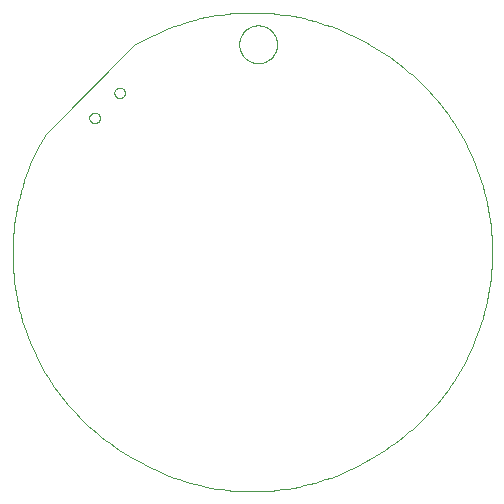
<source format=gko>
G75*
%MOIN*%
%OFA0B0*%
%FSLAX25Y25*%
%IPPOS*%
%LPD*%
%AMOC8*
5,1,8,0,0,1.08239X$1,22.5*
%
%ADD10C,0.00000*%
%ADD11C,0.00394*%
D10*
X0030168Y0140586D02*
X0030170Y0140670D01*
X0030176Y0140753D01*
X0030186Y0140836D01*
X0030200Y0140919D01*
X0030217Y0141001D01*
X0030239Y0141082D01*
X0030264Y0141161D01*
X0030293Y0141240D01*
X0030326Y0141317D01*
X0030362Y0141392D01*
X0030402Y0141466D01*
X0030445Y0141538D01*
X0030492Y0141607D01*
X0030542Y0141674D01*
X0030595Y0141739D01*
X0030651Y0141801D01*
X0030709Y0141861D01*
X0030771Y0141918D01*
X0030835Y0141971D01*
X0030902Y0142022D01*
X0030971Y0142069D01*
X0031042Y0142114D01*
X0031115Y0142154D01*
X0031190Y0142191D01*
X0031267Y0142225D01*
X0031345Y0142255D01*
X0031424Y0142281D01*
X0031505Y0142304D01*
X0031587Y0142322D01*
X0031669Y0142337D01*
X0031752Y0142348D01*
X0031835Y0142355D01*
X0031919Y0142358D01*
X0032003Y0142357D01*
X0032086Y0142352D01*
X0032170Y0142343D01*
X0032252Y0142330D01*
X0032334Y0142314D01*
X0032415Y0142293D01*
X0032496Y0142269D01*
X0032574Y0142241D01*
X0032652Y0142209D01*
X0032728Y0142173D01*
X0032802Y0142134D01*
X0032874Y0142092D01*
X0032944Y0142046D01*
X0033012Y0141997D01*
X0033077Y0141945D01*
X0033140Y0141890D01*
X0033200Y0141832D01*
X0033258Y0141771D01*
X0033312Y0141707D01*
X0033364Y0141641D01*
X0033412Y0141573D01*
X0033457Y0141502D01*
X0033498Y0141429D01*
X0033537Y0141355D01*
X0033571Y0141279D01*
X0033602Y0141201D01*
X0033629Y0141122D01*
X0033653Y0141041D01*
X0033672Y0140960D01*
X0033688Y0140878D01*
X0033700Y0140795D01*
X0033708Y0140711D01*
X0033712Y0140628D01*
X0033712Y0140544D01*
X0033708Y0140461D01*
X0033700Y0140377D01*
X0033688Y0140294D01*
X0033672Y0140212D01*
X0033653Y0140131D01*
X0033629Y0140050D01*
X0033602Y0139971D01*
X0033571Y0139893D01*
X0033537Y0139817D01*
X0033498Y0139743D01*
X0033457Y0139670D01*
X0033412Y0139599D01*
X0033364Y0139531D01*
X0033312Y0139465D01*
X0033258Y0139401D01*
X0033200Y0139340D01*
X0033140Y0139282D01*
X0033077Y0139227D01*
X0033012Y0139175D01*
X0032944Y0139126D01*
X0032874Y0139080D01*
X0032802Y0139038D01*
X0032728Y0138999D01*
X0032652Y0138963D01*
X0032574Y0138931D01*
X0032496Y0138903D01*
X0032415Y0138879D01*
X0032334Y0138858D01*
X0032252Y0138842D01*
X0032170Y0138829D01*
X0032086Y0138820D01*
X0032003Y0138815D01*
X0031919Y0138814D01*
X0031835Y0138817D01*
X0031752Y0138824D01*
X0031669Y0138835D01*
X0031587Y0138850D01*
X0031505Y0138868D01*
X0031424Y0138891D01*
X0031345Y0138917D01*
X0031267Y0138947D01*
X0031190Y0138981D01*
X0031115Y0139018D01*
X0031042Y0139058D01*
X0030971Y0139103D01*
X0030902Y0139150D01*
X0030835Y0139201D01*
X0030771Y0139254D01*
X0030709Y0139311D01*
X0030651Y0139371D01*
X0030595Y0139433D01*
X0030542Y0139498D01*
X0030492Y0139565D01*
X0030445Y0139634D01*
X0030402Y0139706D01*
X0030362Y0139780D01*
X0030326Y0139855D01*
X0030293Y0139932D01*
X0030264Y0140011D01*
X0030239Y0140090D01*
X0030217Y0140171D01*
X0030200Y0140253D01*
X0030186Y0140336D01*
X0030176Y0140419D01*
X0030170Y0140502D01*
X0030168Y0140586D01*
X0038520Y0148938D02*
X0038522Y0149022D01*
X0038528Y0149105D01*
X0038538Y0149188D01*
X0038552Y0149271D01*
X0038569Y0149353D01*
X0038591Y0149434D01*
X0038616Y0149513D01*
X0038645Y0149592D01*
X0038678Y0149669D01*
X0038714Y0149744D01*
X0038754Y0149818D01*
X0038797Y0149890D01*
X0038844Y0149959D01*
X0038894Y0150026D01*
X0038947Y0150091D01*
X0039003Y0150153D01*
X0039061Y0150213D01*
X0039123Y0150270D01*
X0039187Y0150323D01*
X0039254Y0150374D01*
X0039323Y0150421D01*
X0039394Y0150466D01*
X0039467Y0150506D01*
X0039542Y0150543D01*
X0039619Y0150577D01*
X0039697Y0150607D01*
X0039776Y0150633D01*
X0039857Y0150656D01*
X0039939Y0150674D01*
X0040021Y0150689D01*
X0040104Y0150700D01*
X0040187Y0150707D01*
X0040271Y0150710D01*
X0040355Y0150709D01*
X0040438Y0150704D01*
X0040522Y0150695D01*
X0040604Y0150682D01*
X0040686Y0150666D01*
X0040767Y0150645D01*
X0040848Y0150621D01*
X0040926Y0150593D01*
X0041004Y0150561D01*
X0041080Y0150525D01*
X0041154Y0150486D01*
X0041226Y0150444D01*
X0041296Y0150398D01*
X0041364Y0150349D01*
X0041429Y0150297D01*
X0041492Y0150242D01*
X0041552Y0150184D01*
X0041610Y0150123D01*
X0041664Y0150059D01*
X0041716Y0149993D01*
X0041764Y0149925D01*
X0041809Y0149854D01*
X0041850Y0149781D01*
X0041889Y0149707D01*
X0041923Y0149631D01*
X0041954Y0149553D01*
X0041981Y0149474D01*
X0042005Y0149393D01*
X0042024Y0149312D01*
X0042040Y0149230D01*
X0042052Y0149147D01*
X0042060Y0149063D01*
X0042064Y0148980D01*
X0042064Y0148896D01*
X0042060Y0148813D01*
X0042052Y0148729D01*
X0042040Y0148646D01*
X0042024Y0148564D01*
X0042005Y0148483D01*
X0041981Y0148402D01*
X0041954Y0148323D01*
X0041923Y0148245D01*
X0041889Y0148169D01*
X0041850Y0148095D01*
X0041809Y0148022D01*
X0041764Y0147951D01*
X0041716Y0147883D01*
X0041664Y0147817D01*
X0041610Y0147753D01*
X0041552Y0147692D01*
X0041492Y0147634D01*
X0041429Y0147579D01*
X0041364Y0147527D01*
X0041296Y0147478D01*
X0041226Y0147432D01*
X0041154Y0147390D01*
X0041080Y0147351D01*
X0041004Y0147315D01*
X0040926Y0147283D01*
X0040848Y0147255D01*
X0040767Y0147231D01*
X0040686Y0147210D01*
X0040604Y0147194D01*
X0040522Y0147181D01*
X0040438Y0147172D01*
X0040355Y0147167D01*
X0040271Y0147166D01*
X0040187Y0147169D01*
X0040104Y0147176D01*
X0040021Y0147187D01*
X0039939Y0147202D01*
X0039857Y0147220D01*
X0039776Y0147243D01*
X0039697Y0147269D01*
X0039619Y0147299D01*
X0039542Y0147333D01*
X0039467Y0147370D01*
X0039394Y0147410D01*
X0039323Y0147455D01*
X0039254Y0147502D01*
X0039187Y0147553D01*
X0039123Y0147606D01*
X0039061Y0147663D01*
X0039003Y0147723D01*
X0038947Y0147785D01*
X0038894Y0147850D01*
X0038844Y0147917D01*
X0038797Y0147986D01*
X0038754Y0148058D01*
X0038714Y0148132D01*
X0038678Y0148207D01*
X0038645Y0148284D01*
X0038616Y0148363D01*
X0038591Y0148442D01*
X0038569Y0148523D01*
X0038552Y0148605D01*
X0038538Y0148688D01*
X0038528Y0148771D01*
X0038522Y0148854D01*
X0038520Y0148938D01*
X0080159Y0165142D02*
X0080161Y0165300D01*
X0080167Y0165458D01*
X0080177Y0165616D01*
X0080191Y0165774D01*
X0080209Y0165931D01*
X0080230Y0166088D01*
X0080256Y0166244D01*
X0080286Y0166400D01*
X0080319Y0166555D01*
X0080357Y0166708D01*
X0080398Y0166861D01*
X0080443Y0167013D01*
X0080492Y0167164D01*
X0080545Y0167313D01*
X0080601Y0167461D01*
X0080661Y0167607D01*
X0080725Y0167752D01*
X0080793Y0167895D01*
X0080864Y0168037D01*
X0080938Y0168177D01*
X0081016Y0168314D01*
X0081098Y0168450D01*
X0081182Y0168584D01*
X0081271Y0168715D01*
X0081362Y0168844D01*
X0081457Y0168971D01*
X0081554Y0169096D01*
X0081655Y0169218D01*
X0081759Y0169337D01*
X0081866Y0169454D01*
X0081976Y0169568D01*
X0082089Y0169679D01*
X0082204Y0169788D01*
X0082322Y0169893D01*
X0082443Y0169995D01*
X0082566Y0170095D01*
X0082692Y0170191D01*
X0082820Y0170284D01*
X0082950Y0170374D01*
X0083083Y0170460D01*
X0083218Y0170544D01*
X0083354Y0170623D01*
X0083493Y0170700D01*
X0083634Y0170772D01*
X0083776Y0170842D01*
X0083920Y0170907D01*
X0084066Y0170969D01*
X0084213Y0171027D01*
X0084362Y0171082D01*
X0084512Y0171133D01*
X0084663Y0171180D01*
X0084815Y0171223D01*
X0084968Y0171262D01*
X0085123Y0171298D01*
X0085278Y0171329D01*
X0085434Y0171357D01*
X0085590Y0171381D01*
X0085747Y0171401D01*
X0085905Y0171417D01*
X0086062Y0171429D01*
X0086221Y0171437D01*
X0086379Y0171441D01*
X0086537Y0171441D01*
X0086695Y0171437D01*
X0086854Y0171429D01*
X0087011Y0171417D01*
X0087169Y0171401D01*
X0087326Y0171381D01*
X0087482Y0171357D01*
X0087638Y0171329D01*
X0087793Y0171298D01*
X0087948Y0171262D01*
X0088101Y0171223D01*
X0088253Y0171180D01*
X0088404Y0171133D01*
X0088554Y0171082D01*
X0088703Y0171027D01*
X0088850Y0170969D01*
X0088996Y0170907D01*
X0089140Y0170842D01*
X0089282Y0170772D01*
X0089423Y0170700D01*
X0089562Y0170623D01*
X0089698Y0170544D01*
X0089833Y0170460D01*
X0089966Y0170374D01*
X0090096Y0170284D01*
X0090224Y0170191D01*
X0090350Y0170095D01*
X0090473Y0169995D01*
X0090594Y0169893D01*
X0090712Y0169788D01*
X0090827Y0169679D01*
X0090940Y0169568D01*
X0091050Y0169454D01*
X0091157Y0169337D01*
X0091261Y0169218D01*
X0091362Y0169096D01*
X0091459Y0168971D01*
X0091554Y0168844D01*
X0091645Y0168715D01*
X0091734Y0168584D01*
X0091818Y0168450D01*
X0091900Y0168314D01*
X0091978Y0168177D01*
X0092052Y0168037D01*
X0092123Y0167895D01*
X0092191Y0167752D01*
X0092255Y0167607D01*
X0092315Y0167461D01*
X0092371Y0167313D01*
X0092424Y0167164D01*
X0092473Y0167013D01*
X0092518Y0166861D01*
X0092559Y0166708D01*
X0092597Y0166555D01*
X0092630Y0166400D01*
X0092660Y0166244D01*
X0092686Y0166088D01*
X0092707Y0165931D01*
X0092725Y0165774D01*
X0092739Y0165616D01*
X0092749Y0165458D01*
X0092755Y0165300D01*
X0092757Y0165142D01*
X0092755Y0164984D01*
X0092749Y0164826D01*
X0092739Y0164668D01*
X0092725Y0164510D01*
X0092707Y0164353D01*
X0092686Y0164196D01*
X0092660Y0164040D01*
X0092630Y0163884D01*
X0092597Y0163729D01*
X0092559Y0163576D01*
X0092518Y0163423D01*
X0092473Y0163271D01*
X0092424Y0163120D01*
X0092371Y0162971D01*
X0092315Y0162823D01*
X0092255Y0162677D01*
X0092191Y0162532D01*
X0092123Y0162389D01*
X0092052Y0162247D01*
X0091978Y0162107D01*
X0091900Y0161970D01*
X0091818Y0161834D01*
X0091734Y0161700D01*
X0091645Y0161569D01*
X0091554Y0161440D01*
X0091459Y0161313D01*
X0091362Y0161188D01*
X0091261Y0161066D01*
X0091157Y0160947D01*
X0091050Y0160830D01*
X0090940Y0160716D01*
X0090827Y0160605D01*
X0090712Y0160496D01*
X0090594Y0160391D01*
X0090473Y0160289D01*
X0090350Y0160189D01*
X0090224Y0160093D01*
X0090096Y0160000D01*
X0089966Y0159910D01*
X0089833Y0159824D01*
X0089698Y0159740D01*
X0089562Y0159661D01*
X0089423Y0159584D01*
X0089282Y0159512D01*
X0089140Y0159442D01*
X0088996Y0159377D01*
X0088850Y0159315D01*
X0088703Y0159257D01*
X0088554Y0159202D01*
X0088404Y0159151D01*
X0088253Y0159104D01*
X0088101Y0159061D01*
X0087948Y0159022D01*
X0087793Y0158986D01*
X0087638Y0158955D01*
X0087482Y0158927D01*
X0087326Y0158903D01*
X0087169Y0158883D01*
X0087011Y0158867D01*
X0086854Y0158855D01*
X0086695Y0158847D01*
X0086537Y0158843D01*
X0086379Y0158843D01*
X0086221Y0158847D01*
X0086062Y0158855D01*
X0085905Y0158867D01*
X0085747Y0158883D01*
X0085590Y0158903D01*
X0085434Y0158927D01*
X0085278Y0158955D01*
X0085123Y0158986D01*
X0084968Y0159022D01*
X0084815Y0159061D01*
X0084663Y0159104D01*
X0084512Y0159151D01*
X0084362Y0159202D01*
X0084213Y0159257D01*
X0084066Y0159315D01*
X0083920Y0159377D01*
X0083776Y0159442D01*
X0083634Y0159512D01*
X0083493Y0159584D01*
X0083354Y0159661D01*
X0083218Y0159740D01*
X0083083Y0159824D01*
X0082950Y0159910D01*
X0082820Y0160000D01*
X0082692Y0160093D01*
X0082566Y0160189D01*
X0082443Y0160289D01*
X0082322Y0160391D01*
X0082204Y0160496D01*
X0082089Y0160605D01*
X0081976Y0160716D01*
X0081866Y0160830D01*
X0081759Y0160947D01*
X0081655Y0161066D01*
X0081554Y0161188D01*
X0081457Y0161313D01*
X0081362Y0161440D01*
X0081271Y0161569D01*
X0081182Y0161700D01*
X0081098Y0161834D01*
X0081016Y0161970D01*
X0080938Y0162107D01*
X0080864Y0162247D01*
X0080793Y0162389D01*
X0080725Y0162532D01*
X0080661Y0162677D01*
X0080601Y0162823D01*
X0080545Y0162971D01*
X0080492Y0163120D01*
X0080443Y0163271D01*
X0080398Y0163423D01*
X0080357Y0163576D01*
X0080319Y0163729D01*
X0080286Y0163884D01*
X0080256Y0164040D01*
X0080230Y0164196D01*
X0080209Y0164353D01*
X0080191Y0164510D01*
X0080177Y0164668D01*
X0080167Y0164826D01*
X0080161Y0164984D01*
X0080159Y0165142D01*
D11*
X0045107Y0027018D02*
X0046694Y0026091D01*
X0048303Y0025201D01*
X0049932Y0024351D01*
X0051582Y0023540D01*
X0053250Y0022769D01*
X0054937Y0022038D01*
X0056641Y0021349D01*
X0058360Y0020700D01*
X0060095Y0020093D01*
X0061844Y0019527D01*
X0063607Y0019004D01*
X0065381Y0018524D01*
X0067166Y0018086D01*
X0068961Y0017691D01*
X0070765Y0017340D01*
X0072578Y0017032D01*
X0074397Y0016768D01*
X0076221Y0016547D01*
X0078051Y0016371D01*
X0079884Y0016238D01*
X0081720Y0016150D01*
X0083558Y0016106D01*
X0085396Y0016106D01*
X0087234Y0016150D01*
X0089070Y0016238D01*
X0090903Y0016371D01*
X0092733Y0016547D01*
X0094557Y0016768D01*
X0096376Y0017032D01*
X0098189Y0017340D01*
X0099993Y0017691D01*
X0101788Y0018086D01*
X0103573Y0018524D01*
X0105347Y0019004D01*
X0107110Y0019527D01*
X0108859Y0020093D01*
X0110594Y0020700D01*
X0112313Y0021349D01*
X0114017Y0022038D01*
X0115704Y0022769D01*
X0117372Y0023540D01*
X0119022Y0024351D01*
X0120651Y0025201D01*
X0122260Y0026091D01*
X0123847Y0027018D01*
X0123847Y0027019D02*
X0125522Y0027974D01*
X0127173Y0028970D01*
X0128799Y0030006D01*
X0130399Y0031081D01*
X0131972Y0032196D01*
X0133517Y0033348D01*
X0135034Y0034538D01*
X0136522Y0035765D01*
X0137978Y0037028D01*
X0139404Y0038326D01*
X0140797Y0039658D01*
X0142157Y0041025D01*
X0143484Y0042424D01*
X0144776Y0043855D01*
X0146032Y0045317D01*
X0147252Y0046810D01*
X0148435Y0048332D01*
X0149581Y0049883D01*
X0150688Y0051461D01*
X0151757Y0053066D01*
X0152786Y0054696D01*
X0153774Y0056351D01*
X0154722Y0058030D01*
X0155629Y0059732D01*
X0156493Y0061455D01*
X0157315Y0063199D01*
X0158095Y0064962D01*
X0158830Y0066744D01*
X0159522Y0068544D01*
X0160170Y0070359D01*
X0160773Y0072191D01*
X0161331Y0074036D01*
X0161844Y0075894D01*
X0162311Y0077765D01*
X0162733Y0079646D01*
X0163108Y0081537D01*
X0163436Y0083437D01*
X0163718Y0085344D01*
X0163954Y0087258D01*
X0164142Y0089176D01*
X0164284Y0091099D01*
X0164378Y0093025D01*
X0164425Y0094952D01*
X0164425Y0096880D01*
X0164378Y0098807D01*
X0164284Y0100733D01*
X0164142Y0102656D01*
X0163954Y0104574D01*
X0163718Y0106488D01*
X0163436Y0108395D01*
X0163108Y0110295D01*
X0162733Y0112186D01*
X0162311Y0114067D01*
X0161844Y0115938D01*
X0161331Y0117796D01*
X0160773Y0119641D01*
X0160170Y0121473D01*
X0159522Y0123288D01*
X0158830Y0125088D01*
X0158095Y0126870D01*
X0157315Y0128633D01*
X0156493Y0130377D01*
X0155629Y0132100D01*
X0154722Y0133802D01*
X0153774Y0135481D01*
X0152786Y0137136D01*
X0151757Y0138766D01*
X0150688Y0140371D01*
X0149581Y0141949D01*
X0148435Y0143500D01*
X0147252Y0145022D01*
X0146032Y0146515D01*
X0144776Y0147977D01*
X0143484Y0149408D01*
X0142157Y0150807D01*
X0140797Y0152174D01*
X0139404Y0153506D01*
X0137978Y0154804D01*
X0136522Y0156067D01*
X0135034Y0157294D01*
X0133517Y0158484D01*
X0131972Y0159636D01*
X0130399Y0160751D01*
X0128799Y0161826D01*
X0127173Y0162862D01*
X0125522Y0163858D01*
X0123847Y0164813D01*
X0123847Y0164814D02*
X0122260Y0165741D01*
X0120651Y0166631D01*
X0119022Y0167481D01*
X0117372Y0168292D01*
X0115704Y0169063D01*
X0114017Y0169794D01*
X0112313Y0170483D01*
X0110594Y0171132D01*
X0108859Y0171739D01*
X0107110Y0172305D01*
X0105347Y0172828D01*
X0103573Y0173308D01*
X0101788Y0173746D01*
X0099993Y0174141D01*
X0098189Y0174492D01*
X0096376Y0174800D01*
X0094557Y0175064D01*
X0092733Y0175285D01*
X0090903Y0175461D01*
X0089070Y0175594D01*
X0087234Y0175682D01*
X0085396Y0175726D01*
X0083558Y0175726D01*
X0081720Y0175682D01*
X0079884Y0175594D01*
X0078051Y0175461D01*
X0076221Y0175285D01*
X0074397Y0175064D01*
X0072578Y0174800D01*
X0070765Y0174492D01*
X0068961Y0174141D01*
X0067166Y0173746D01*
X0065381Y0173308D01*
X0063607Y0172828D01*
X0061844Y0172305D01*
X0060095Y0171739D01*
X0058360Y0171132D01*
X0056641Y0170483D01*
X0054937Y0169794D01*
X0053250Y0169063D01*
X0051582Y0168292D01*
X0049932Y0167481D01*
X0048303Y0166631D01*
X0046694Y0165741D01*
X0045107Y0164814D01*
X0015580Y0135286D01*
X0015580Y0135285D02*
X0014630Y0133643D01*
X0013720Y0131977D01*
X0012851Y0130291D01*
X0012023Y0128583D01*
X0011237Y0126856D01*
X0010493Y0125110D01*
X0009792Y0123347D01*
X0009134Y0121567D01*
X0008519Y0119771D01*
X0007948Y0117961D01*
X0007422Y0116138D01*
X0006940Y0114303D01*
X0006503Y0112456D01*
X0006110Y0110600D01*
X0005764Y0108734D01*
X0005462Y0106860D01*
X0005206Y0104980D01*
X0004996Y0103094D01*
X0004833Y0101203D01*
X0004715Y0099309D01*
X0004643Y0097413D01*
X0004617Y0095515D01*
X0004638Y0093618D01*
X0004704Y0091721D01*
X0004817Y0089827D01*
X0004976Y0087936D01*
X0005181Y0086049D01*
X0005431Y0084168D01*
X0005727Y0082294D01*
X0006069Y0080427D01*
X0006456Y0078570D01*
X0006889Y0076722D01*
X0007366Y0074885D01*
X0007887Y0073060D01*
X0008453Y0071249D01*
X0009063Y0069452D01*
X0009716Y0067670D01*
X0010412Y0065905D01*
X0011151Y0064157D01*
X0011933Y0062428D01*
X0012756Y0060718D01*
X0013620Y0059029D01*
X0014526Y0057361D01*
X0015472Y0055716D01*
X0016457Y0054094D01*
X0017482Y0052497D01*
X0018545Y0050925D01*
X0019646Y0049379D01*
X0020784Y0047861D01*
X0021959Y0046371D01*
X0023170Y0044910D01*
X0024416Y0043478D01*
X0025697Y0042078D01*
X0027011Y0040709D01*
X0028358Y0039372D01*
X0029737Y0038069D01*
X0031148Y0036799D01*
X0032589Y0035565D01*
X0034059Y0034365D01*
X0035559Y0033202D01*
X0037086Y0032076D01*
X0038640Y0030987D01*
X0040220Y0029936D01*
X0041826Y0028924D01*
X0043455Y0027951D01*
X0045108Y0027018D01*
M02*

</source>
